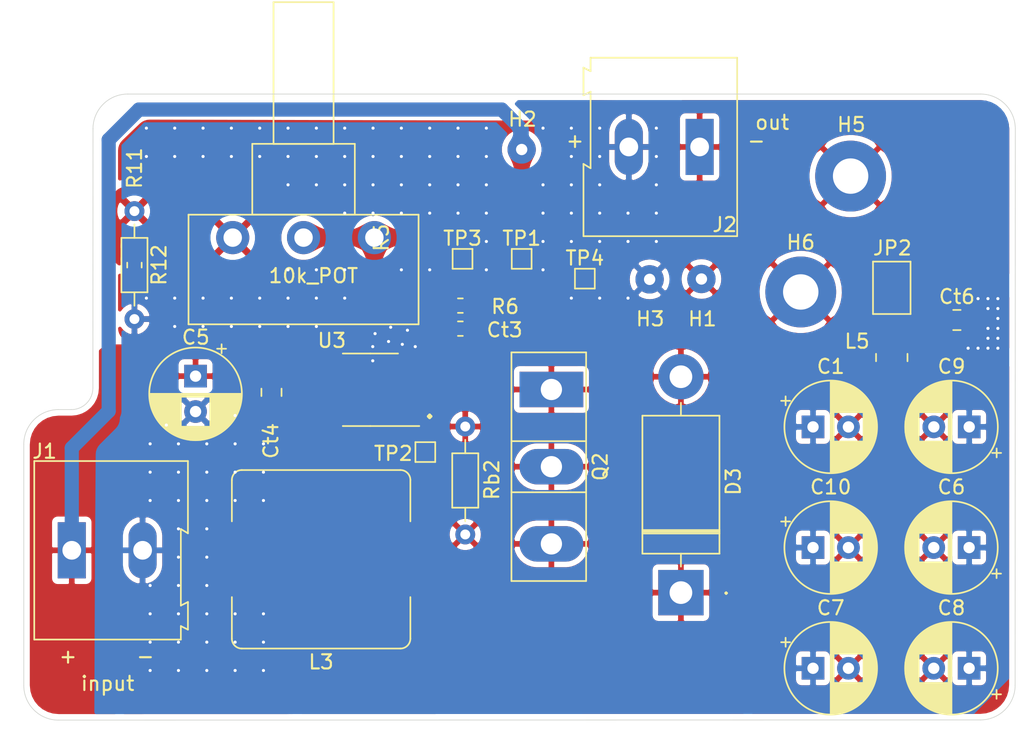
<source format=kicad_pcb>
(kicad_pcb (version 20171130) (host pcbnew "(5.1.5)-3")
  (layers (0 F.Cu signal) (31 B.Cu signal) (34 B.Paste user) (35 F.Paste user) (36 B.SilkS user) (37 F.SilkS user) (38 B.Mask user) (39 F.Mask user) (44 Edge.Cuts user))
  (net 0 "")
  (net 1 GNDREF)
  (net 2 "Net-(D3-Pad1)")
  (net 3 "Net-(Q2-Pad2)")
  (net 4 "Net-(R5-Pad1)")
  (net 5 "Net-(Ct3-Pad1)")
  (net 6 "Net-(Q2-Pad1)")
  (net 7 "Net-(R11-Pad1)")
  (net 8 MeterVcc)
  (net 9 VmeterY)
  (net 10 Current_mb)
  (net 11 Feedback)
  (module TestPoint:TestPoint_Pad_1.0x1.0mm (layer F.Cu) (at 139.07516 69.3674)
    (fp_text reference TP4 (at 0 -1.448) (layer F.SilkS))
    (fp_text value TestPoint_Alt)
    (pad 1 smd rect (at 0 0) (size 1 1) (layers F.Cu F.Mask) (net 1 GNDREF))
  )
  (module Capacitor_THT:CP_Radial_D6.3mm_P2.50mm (layer F.Cu) (at 155.182002 79.8322)
    (fp_text reference C1 (at 1.25 -4.2614) (layer F.SilkS))
    (fp_text value 100u)
    (pad 2 thru_hole circle (at 2.5 0) (size 1.6 1.6) (drill 0.8) (layers *.Cu *.Mask) (net 11 Feedback))
    (pad 1 thru_hole rect (at 0 0) (size 1.6 1.6) (drill 0.8) (layers *.Cu *.Mask) (net 1 GNDREF))
  )
  (module TerminalBlock:TerminalBlock_Altech_AK300-2_P5.00mm (layer F.Cu) (at 147.17776 60.071 180)
    (fp_text reference J2 (at -1.76784 -5.4864) (layer F.SilkS))
    (fp_text value Screw_Terminal_01x02)
    (pad 2 thru_hole oval (at 5 0 180) (size 1.98 3.96) (drill 1.32) (layers *.Cu *.Mask) (net 1 GNDREF))
    (pad 1 thru_hole rect (at 0 0 180) (size 1.98 3.96) (drill 1.32) (layers *.Cu *.Mask) (net 10 Current_mb))
  )
  (module TerminalBlock:TerminalBlock_Altech_AK300-2_P5.00mm (layer F.Cu) (at 102.85476 88.5444)
    (fp_text reference J1 (at -1.92 -6.99) (layer F.SilkS))
    (fp_text value Screw_Terminal_01x02)
    (pad 2 thru_hole oval (at 5 0) (size 1.98 3.96) (drill 1.32) (layers *.Cu *.Mask) (net 1 GNDREF))
    (pad 1 thru_hole rect (at 0 0) (size 1.98 3.96) (drill 1.32) (layers *.Cu *.Mask) (net 8 MeterVcc))
  )
  (module Package_TO_SOT_THT:TO-247-3_Vertical (layer F.Cu) (at 136.71296 77.19228 270)
    (fp_text reference Q2 (at 5.45 -3.45 90) (layer F.SilkS))
    (fp_text value Q_NPN_BCE)
    (pad 3 thru_hole oval (at 10.9 0 270) (size 2.5 4.5) (drill 1.5) (layers *.Cu *.Mask) (net 2 "Net-(D3-Pad1)"))
    (pad 2 thru_hole oval (at 5.45 0 270) (size 2.5 4.5) (drill 1.5) (layers *.Cu *.Mask) (net 3 "Net-(Q2-Pad2)"))
    (pad 1 thru_hole rect (at 0 0 270) (size 2.5 4.5) (drill 1.5) (layers *.Cu *.Mask) (net 6 "Net-(Q2-Pad1)"))
  )
  (module Main_PC_foot:5mm_jumper (layer F.Cu) (at 160.76628 70.0049 90)
    (fp_text reference JP2 (at 2.7965 0.01572 180) (layer F.SilkS))
    (fp_text value Jumper_2_Open)
    (pad 2 smd rect (at 0.96 -0.04 90) (size 1.6 2.4) (layers F.Cu F.Mask) (net 10 Current_mb))
    (pad 1 smd rect (at -0.95 -0.03 90) (size 1.6 2.4) (layers F.Cu F.Mask) (net 9 VmeterY))
  )
  (module MountingHole:MountingHole_2.5mm_Pad (layer F.Cu) (at 154.31516 70.3072)
    (fp_text reference H6 (at 0 -3.5) (layer F.SilkS))
    (fp_text value MountingHole_Pad)
    (pad 1 thru_hole circle (at 0 0) (size 5 5) (drill 2.5) (layers *.Cu *.Mask) (net 9 VmeterY))
  )
  (module MountingHole:MountingHole_2.5mm_Pad (layer F.Cu) (at 157.8356 62.1284)
    (fp_text reference H5 (at 0.0508 -3.6322) (layer F.SilkS))
    (fp_text value MountingHole_Pad)
    (pad 1 thru_hole circle (at 0 0) (size 5 5) (drill 2.5) (layers *.Cu *.Mask) (net 10 Current_mb))
  )
  (module Connector_Wire:SolderWirePad_1x01_Drill0.8mm (layer F.Cu) (at 143.64716 69.4182)
    (fp_text reference H3 (at 0.04064 2.794) (layer F.SilkS))
    (fp_text value MountingHole_Pad)
    (pad 1 thru_hole circle (at 0 0) (size 1.99898 1.99898) (drill 0.8001) (layers *.Cu *.Mask) (net 1 GNDREF))
  )
  (module Connector_Wire:SolderWirePad_1x01_Drill0.8mm (layer F.Cu) (at 134.61492 60.25134 90)
    (fp_text reference H2 (at 2.13614 0.05588) (layer F.SilkS))
    (fp_text value MountingHole_Pad)
    (pad 1 thru_hole circle (at 0 0 90) (size 1.99898 1.99898) (drill 0.8001) (layers *.Cu *.Mask) (net 8 MeterVcc))
  )
  (module Connector_Wire:SolderWirePad_1x01_Drill0.8mm (layer F.Cu) (at 147.30476 69.3928)
    (fp_text reference H1 (at 0.06604 2.8194) (layer F.SilkS))
    (fp_text value MountingHole_Pad)
    (pad 1 thru_hole circle (at 0 0) (size 1.99898 1.99898) (drill 0.8001) (layers *.Cu *.Mask) (net 9 VmeterY))
  )
  (module Inductor_SMD:L_1008_2520Metric (layer F.Cu) (at 160.74128 74.9362 90)
    (fp_text reference L5 (at 1.1492 -2.44848) (layer F.SilkS))
    (fp_text value 240n)
    (pad 2 smd roundrect (at 1.075 0 90) (size 1.25 2.2) (layers F.Cu F.Paste F.Mask) (roundrect_rratio 0.2) (net 9 VmeterY))
    (pad 1 smd roundrect (at -1.075 0 90) (size 1.25 2.2) (layers F.Cu F.Paste F.Mask) (roundrect_rratio 0.2) (net 11 Feedback))
  )
  (module Resistor_THT:R_Axial_DIN0204_L3.6mm_D1.6mm_P7.62mm_Horizontal (layer F.Cu) (at 107.27798 64.60108 270)
    (fp_text reference R11 (at -3.03148 -0.01162 90) (layer F.SilkS))
    (fp_text value 500)
    (pad 2 thru_hole oval (at 7.62 0 270) (size 1.4 1.4) (drill 0.7) (layers *.Cu *.Mask) (net 1 GNDREF))
    (pad 1 thru_hole circle (at 0 0 270) (size 1.4 1.4) (drill 0.7) (layers *.Cu *.Mask) (net 7 "Net-(R11-Pad1)"))
  )
  (module Resistor_SMD:R_0603_1608Metric_Pad1.05x0.95mm_HandSolder (layer F.Cu) (at 107.27798 68.41108 270)
    (fp_text reference R12 (at -0.00888 -1.73882 90) (layer F.SilkS))
    (fp_text value 500)
    (pad 2 smd roundrect (at 0.875 0 270) (size 1.05 0.95) (layers F.Cu F.Paste F.Mask) (net 1 GNDREF))
    (pad 1 smd roundrect (at -0.875 0 270) (size 1.05 0.95) (layers F.Cu F.Paste F.Mask) (net 7 "Net-(R11-Pad1)"))
  )
  (module Main_PC_foot:L_Bourns_SRP1265C (layer F.Cu) (at 120.45696 89.1794 180)
    (fp_text reference L3 (at 0 -7.25) (layer F.SilkS))
    (fp_text value 6.8u)
    (pad 2 smd rect (at 5.7 0 180) (size 3.1 5) (layers F.Cu F.Paste F.Mask) (net 1 GNDREF))
    (pad 1 smd rect (at -5.7 0 180) (size 3.1 5) (layers F.Cu F.Paste F.Mask) (net 2 "Net-(D3-Pad1)"))
  )
  (module Capacitor_THT:CP_Radial_D6.3mm_P2.50mm (layer F.Cu) (at 155.182002 88.35263)
    (fp_text reference C10 (at 1.25 -4.273) (layer F.SilkS))
    (fp_text value 100u)
    (pad 2 thru_hole circle (at 2.5 0) (size 1.6 1.6) (drill 0.8) (layers *.Cu *.Mask) (net 11 Feedback))
    (pad 1 thru_hole rect (at 0 0) (size 1.6 1.6) (drill 0.8) (layers *.Cu *.Mask) (net 1 GNDREF))
  )
  (module Capacitor_THT:CP_Radial_D6.3mm_P2.50mm (layer F.Cu) (at 166.203518 96.87306 180)
    (fp_text reference C8 (at 1.25 4.2614) (layer F.SilkS))
    (fp_text value 100u)
    (pad 2 thru_hole circle (at 2.5 0 180) (size 1.6 1.6) (drill 0.8) (layers *.Cu *.Mask) (net 11 Feedback))
    (pad 1 thru_hole rect (at 0 0 180) (size 1.6 1.6) (drill 0.8) (layers *.Cu *.Mask) (net 1 GNDREF))
  )
  (module TestPoint:TestPoint_Pad_1.0x1.0mm (layer F.Cu) (at 130.43916 67.9704)
    (fp_text reference TP3 (at 0 -1.448) (layer F.SilkS))
    (fp_text value TestPoint_Alt)
    (pad 1 smd rect (at 0 0) (size 1 1) (layers F.Cu F.Mask) (net 4 "Net-(R5-Pad1)"))
  )
  (module TestPoint:TestPoint_Pad_1.0x1.0mm (layer F.Cu) (at 127.8128 81.6102)
    (fp_text reference TP2 (at -2.2606 0.1016) (layer F.SilkS))
    (fp_text value TestPoint_Alt)
    (pad 1 smd rect (at 0 0) (size 1 1) (layers F.Cu F.Mask) (net 3 "Net-(Q2-Pad2)"))
  )
  (module TestPoint:TestPoint_Pad_1.0x1.0mm (layer F.Cu) (at 134.61492 67.9704)
    (fp_text reference TP1 (at 0 -1.448) (layer F.SilkS))
    (fp_text value TestPoint_Alt)
    (pad 1 smd rect (at 0 0) (size 1 1) (layers F.Cu F.Mask) (net 8 MeterVcc))
  )
  (module Resistor_SMD:R_0603_1608Metric_Pad1.05x0.95mm_HandSolder (layer F.Cu) (at 130.28676 71.2724)
    (fp_text reference R6 (at 3.15848 0.06939) (layer F.SilkS))
    (fp_text value 10k)
    (pad 2 smd roundrect (at 0.875 0) (size 1.05 0.95) (layers F.Cu F.Paste F.Mask) (net 11 Feedback))
    (pad 1 smd roundrect (at -0.875 0) (size 1.05 0.95) (layers F.Cu F.Paste F.Mask) (net 4 "Net-(R5-Pad1)"))
  )
  (module Capacitor_SMD:C_0805_2012Metric_Pad1.15x1.40mm_HandSolder (layer F.Cu) (at 165.33876 72.2884)
    (fp_text reference Ct6 (at 0 -1.65) (layer F.SilkS))
    (fp_text value 22u)
    (pad 2 smd roundrect (at 1.025 0) (size 1.15 1.4) (layers F.Cu F.Paste F.Mask) (roundrect_rratio 0.217391) (net 1 GNDREF))
    (pad 1 smd roundrect (at -1.025 0) (size 1.15 1.4) (layers F.Cu F.Paste F.Mask) (roundrect_rratio 0.217391) (net 9 VmeterY))
  )
  (module Capacitor_SMD:C_0805_2012Metric_Pad1.15x1.40mm_HandSolder (layer F.Cu) (at 116.95176 77.3938 270)
    (fp_text reference Ct4 (at 3.429 0.03556 90) (layer F.SilkS))
    (fp_text value 22u)
    (pad 2 smd roundrect (at 1.025 0 270) (size 1.15 1.4) (layers F.Cu F.Paste F.Mask) (roundrect_rratio 0.217391) (net 1 GNDREF))
    (pad 1 smd roundrect (at -1.025 0 270) (size 1.15 1.4) (layers F.Cu F.Paste F.Mask) (roundrect_rratio 0.217391) (net 8 MeterVcc))
  )
  (module Capacitor_SMD:C_0603_1608Metric_Pad1.05x0.95mm_HandSolder (layer F.Cu) (at 130.28676 72.898)
    (fp_text reference Ct3 (at 3.1242 0.09144) (layer F.SilkS))
    (fp_text value 560p)
    (pad 2 smd roundrect (at 0.875 0) (size 1.05 0.95) (layers F.Cu F.Paste F.Mask) (net 11 Feedback))
    (pad 1 smd roundrect (at -0.875 0) (size 1.05 0.95) (layers F.Cu F.Paste F.Mask) (net 5 "Net-(Ct3-Pad1)"))
  )
  (module Capacitor_THT:CP_Radial_D6.3mm_P2.50mm (layer F.Cu) (at 166.20998 79.8322 180)
    (fp_text reference C9 (at 1.25 4.2614) (layer F.SilkS))
    (fp_text value 100u)
    (pad 1 thru_hole rect (at 0 0 180) (size 1.6 1.6) (drill 0.8) (layers *.Cu *.Mask) (net 1 GNDREF))
    (pad 2 thru_hole circle (at 2.5 0 180) (size 1.6 1.6) (drill 0.8) (layers *.Cu *.Mask) (net 11 Feedback))
  )
  (module Capacitor_THT:CP_Radial_D6.3mm_P2.50mm (layer F.Cu) (at 155.182002 96.87306)
    (fp_text reference C7 (at 1.25 -4.2614) (layer F.SilkS))
    (fp_text value 100u)
    (pad 1 thru_hole rect (at 0 0) (size 1.6 1.6) (drill 0.8) (layers *.Cu *.Mask) (net 1 GNDREF))
    (pad 2 thru_hole circle (at 2.5 0) (size 1.6 1.6) (drill 0.8) (layers *.Cu *.Mask) (net 11 Feedback))
  )
  (module Capacitor_THT:CP_Radial_D6.3mm_P2.50mm (layer F.Cu) (at 166.203518 88.35263 180)
    (fp_text reference C6 (at 1.25 4.273) (layer F.SilkS))
    (fp_text value 100u)
    (pad 1 thru_hole rect (at 0 0 180) (size 1.6 1.6) (drill 0.8) (layers *.Cu *.Mask) (net 1 GNDREF))
    (pad 2 thru_hole circle (at 2.5 0 180) (size 1.6 1.6) (drill 0.8) (layers *.Cu *.Mask) (net 11 Feedback))
  )
  (module Capacitor_THT:CP_Radial_D6.3mm_P2.50mm (layer F.Cu) (at 111.59236 76.2508 270)
    (fp_text reference C5 (at -2.7432 -0.01524 180) (layer F.SilkS))
    (fp_text value 100u)
    (pad 1 thru_hole rect (at 0 0 270) (size 1.6 1.6) (drill 0.8) (layers *.Cu *.Mask) (net 8 MeterVcc))
    (pad 2 thru_hole circle (at 2.5 0 270) (size 1.6 1.6) (drill 0.8) (layers *.Cu *.Mask) (net 1 GNDREF))
  )
  (module Resistor_THT:R_Axial_DIN0204_L3.6mm_D1.6mm_P7.62mm_Horizontal (layer F.Cu) (at 130.6322 87.4268 90)
    (fp_text reference Rb2 (at 3.8608 1.8796 90) (layer F.SilkS))
    (fp_text value 100)
    (pad 2 thru_hole oval (at 7.62 0 90) (size 1.4 1.4) (drill 0.7) (layers *.Cu *.Mask) (net 6 "Net-(Q2-Pad1)"))
    (pad 1 thru_hole circle (at 0 0 90) (size 1.4 1.4) (drill 0.7) (layers *.Cu *.Mask) (net 2 "Net-(D3-Pad1)"))
  )
  (module Diode_THT:D_DO-201AD_P15.24mm_Horizontal (layer F.Cu) (at 145.85696 91.53228 90)
    (fp_text reference D3 (at 7.83928 3.69824 90) (layer F.SilkS))
    (fp_text value SB2060TA)
    (fp_text user . (at -0.03472 2.78384 90) (layer F.SilkS))
    (pad 2 thru_hole oval (at 15.24 0 90) (size 3.2 3.2) (drill 1.6) (layers *.Cu *.Mask) (net 11 Feedback))
    (pad 1 thru_hole rect (at 0 0 90) (size 3.2 3.2) (drill 1.6) (layers *.Cu *.Mask) (net 2 "Net-(D3-Pad1)"))
  )
  (module Main_PC_foot:Pot_Single_4.75-1mH (layer F.Cu) (at 124.21616 66.4718 90)
    (fp_text reference R5 (at 0 0.5 90) (layer F.SilkS))
    (fp_text value R_POT)
    (fp_text user 10k_POT (at -2.6924 -4.30276 180) (layer F.SilkS))
    (pad 1 thru_hole circle (at 0 0 90) (size 2.34 2.34) (drill 1.3) (layers *.Cu *.Mask) (net 4 "Net-(R5-Pad1)"))
    (pad 2 thru_hole circle (at 0 -5 90) (size 2.34 2.34) (drill 1.3) (layers *.Cu *.Mask) (net 4 "Net-(R5-Pad1)"))
    (pad 3 thru_hole circle (at 0 -10 90) (size 2.34 2.34) (drill 1.3) (layers *.Cu *.Mask) (net 7 "Net-(R11-Pad1)"))
  )
  (module Package_SO:SOIC-8_3.9x4.9mm_P1.27mm (layer F.Cu) (at 123.93676 77.21292 180)
    (fp_text reference U3 (at 2.72416 3.47726) (layer F.SilkS))
    (fp_text value MC34063AD)
    (pad 8 smd roundrect (at 2.475 -1.905 180) (size 1.95 0.6) (layers F.Cu F.Paste F.Mask) (net 3 "Net-(Q2-Pad2)"))
    (pad 7 smd roundrect (at 2.475 -0.635 180) (size 1.95 0.6) (layers F.Cu F.Paste F.Mask) (net 3 "Net-(Q2-Pad2)"))
    (pad 6 smd roundrect (at 2.475 0.635 180) (size 1.95 0.6) (layers F.Cu F.Paste F.Mask) (net 8 MeterVcc))
    (pad 5 smd roundrect (at 2.475 1.905 180) (size 1.95 0.6) (layers F.Cu F.Paste F.Mask) (net 4 "Net-(R5-Pad1)"))
    (pad 4 smd roundrect (at -2.475 1.905 180) (size 1.95 0.6) (layers F.Cu F.Paste F.Mask) (net 1 GNDREF))
    (pad 3 smd roundrect (at -2.475 0.635 180) (size 1.95 0.6) (layers F.Cu F.Paste F.Mask) (net 5 "Net-(Ct3-Pad1)"))
    (pad 2 smd roundrect (at -2.475 -0.635 180) (size 1.95 0.6) (layers F.Cu F.Paste F.Mask) (net 6 "Net-(Q2-Pad1)"))
    (pad 1 smd roundrect (at -2.475 -1.905 180) (size 1.95 0.6) (layers F.Cu F.Paste F.Mask) (net 3 "Net-(Q2-Pad2)"))
  )
  (gr_text out (at 152.2984 58.3438) (layer F.SilkS) (effects (font (size 1 1))))
  (gr_text . (at 128.1176 79.9084 180) (layer F.SilkS) (effects (font (size 2 2) (thickness 0.2))))
  (gr_text "input\n " (at 105.3846 98.7552) (layer F.SilkS) (effects (font (size 1 1))))
  (gr_text - (at 108.0516 96.1644 180) (layer F.SilkS) (effects (font (size 1 1))))
  (gr_text + (at 102.5906 96.1644 180) (layer F.SilkS) (effects (font (size 1 1))))
  (gr_text - (at 151.1808 59.7662 180) (layer F.SilkS) (effects (font (size 1 1))))
  (gr_text + (at 138.3792 59.7662 180) (layer F.SilkS) (effects (font (size 1 1))))
  (gr_line (start 102.8192 78.613) (end 101.91496 78.613) (layer Edge.Cuts) (width 0.05))
  (gr_arc (start 102.8192 77.089) (end 102.8192 78.613) (angle -90) (layer Edge.Cuts) (width 0.05))
  (gr_arc (start 106.802452 58.786292) (end 106.802452 56.3372) (angle -90) (layer Edge.Cuts) (width 0.05))
  (gr_line (start 104.35336 58.786292) (end 104.3432 77.089) (layer Edge.Cuts) (width 0.05))
  (gr_arc (start 167.01262 58.786292) (end 169.461712 58.786292) (angle -90) (layer Edge.Cuts) (width 0.05))
  (gr_arc (start 167.001928 98.0694) (end 167.001928 100.518492) (angle -90) (layer Edge.Cuts) (width 0.05))
  (gr_arc (start 101.91496 98.084108) (end 99.465868 98.084108) (angle -90) (layer Edge.Cuts) (width 0.05))
  (gr_arc (start 101.91496 81.062092) (end 101.91496 78.613) (angle -90) (layer Edge.Cuts) (width 0.05))
  (gr_line (start 99.465868 98.084108) (end 99.465868 81.062092) (layer Edge.Cuts) (width 0.05))
  (gr_line (start 167.001928 100.518492) (end 101.91496 100.5332) (layer Edge.Cuts) (width 0.05))
  (gr_line (start 169.461712 58.786292) (end 169.45102 98.0694) (layer Edge.Cuts) (width 0.05))
  (gr_line (start 106.802452 56.3372) (end 167.01262 56.3372) (layer Edge.Cuts) (width 0.05))
  (via (at 108.38536 81.02931) (size 0.42) (drill 0.22) (layers F.Cu B.Cu) (net 1))
  (via (at 108.38536 83.02931) (size 0.42) (drill 0.22) (layers F.Cu B.Cu) (net 1))
  (via (at 108.38536 85.02931) (size 0.42) (drill 0.22) (layers F.Cu B.Cu) (net 1))
  (via (at 108.38536 91.02931) (size 0.42) (drill 0.22) (layers F.Cu B.Cu) (net 1))
  (via (at 108.38536 93.02931) (size 0.42) (drill 0.22) (layers F.Cu B.Cu) (net 1))
  (via (at 108.38536 95.02931) (size 0.42) (drill 0.22) (layers F.Cu B.Cu) (net 1))
  (via (at 108.38536 97.02931) (size 0.42) (drill 0.22) (layers F.Cu B.Cu) (net 1))
  (via (at 109.52988 79.7052) (size 0.42) (drill 0.22) (layers F.Cu B.Cu) (net 1))
  (via (at 110.38536 81.02931) (size 0.42) (drill 0.22) (layers F.Cu B.Cu) (net 1))
  (via (at 110.38536 83.02931) (size 0.42) (drill 0.22) (layers F.Cu B.Cu) (net 1))
  (via (at 110.38536 85.02931) (size 0.42) (drill 0.22) (layers F.Cu B.Cu) (net 1))
  (via (at 110.38536 87.02931) (size 0.42) (drill 0.22) (layers F.Cu B.Cu) (net 1))
  (via (at 110.38536 89.02931) (size 0.42) (drill 0.22) (layers F.Cu B.Cu) (net 1))
  (via (at 110.38536 91.02931) (size 0.42) (drill 0.22) (layers F.Cu B.Cu) (net 1))
  (via (at 110.38536 93.02931) (size 0.42) (drill 0.22) (layers F.Cu B.Cu) (net 1))
  (via (at 110.38536 95.02931) (size 0.42) (drill 0.22) (layers F.Cu B.Cu) (net 1))
  (via (at 110.38536 97.02931) (size 0.42) (drill 0.22) (layers F.Cu B.Cu) (net 1))
  (via (at 112.38536 81.02931) (size 0.42) (drill 0.22) (layers F.Cu B.Cu) (net 1))
  (via (at 112.38536 83.02931) (size 0.42) (drill 0.22) (layers F.Cu B.Cu) (net 1))
  (via (at 112.38536 85.02931) (size 0.42) (drill 0.22) (layers F.Cu B.Cu) (net 1))
  (via (at 112.38536 87.02931) (size 0.42) (drill 0.22) (layers F.Cu B.Cu) (net 1))
  (via (at 112.38536 89.02931) (size 0.42) (drill 0.22) (layers F.Cu B.Cu) (net 1))
  (via (at 112.38536 91.02931) (size 0.42) (drill 0.22) (layers F.Cu B.Cu) (net 1))
  (via (at 112.38536 93.02931) (size 0.42) (drill 0.22) (layers F.Cu B.Cu) (net 1))
  (via (at 112.38536 95.02931) (size 0.42) (drill 0.22) (layers F.Cu B.Cu) (net 1))
  (via (at 112.38536 97.02931) (size 0.42) (drill 0.22) (layers F.Cu B.Cu) (net 1))
  (via (at 114.38536 79.02931) (size 0.42) (drill 0.22) (layers F.Cu B.Cu) (net 1))
  (via (at 114.38536 81.02931) (size 0.42) (drill 0.22) (layers F.Cu B.Cu) (net 1))
  (via (at 114.38536 83.02931) (size 0.42) (drill 0.22) (layers F.Cu B.Cu) (net 1))
  (via (at 114.38536 85.02931) (size 0.42) (drill 0.22) (layers F.Cu B.Cu) (net 1))
  (via (at 114.38536 93.02931) (size 0.42) (drill 0.22) (layers F.Cu B.Cu) (net 1))
  (via (at 114.38536 95.02931) (size 0.42) (drill 0.22) (layers F.Cu B.Cu) (net 1))
  (via (at 114.38536 97.02931) (size 0.42) (drill 0.22) (layers F.Cu B.Cu) (net 1))
  (via (at 116.38536 81.02931) (size 0.42) (drill 0.22) (layers F.Cu B.Cu) (net 1))
  (via (at 116.38536 83.02931) (size 0.42) (drill 0.22) (layers F.Cu B.Cu) (net 1))
  (via (at 116.38536 85.02931) (size 0.42) (drill 0.22) (layers F.Cu B.Cu) (net 1))
  (via (at 116.38536 93.02931) (size 0.42) (drill 0.22) (layers F.Cu B.Cu) (net 1))
  (via (at 116.38536 95.02931) (size 0.42) (drill 0.22) (layers F.Cu B.Cu) (net 1))
  (via (at 116.38536 97.02931) (size 0.42) (drill 0.22) (layers F.Cu B.Cu) (net 1))
  (segment (start 143.59636 69.3674) (end 143.64716 69.4182) (width 0.6) (layer F.Cu) (net 1))
  (via (at 166.1302 74.2786) (size 0.42) (drill 0.22) (layers F.Cu B.Cu) (net 1))
  (via (at 166.8302 70.7786) (size 0.42) (drill 0.22) (layers F.Cu B.Cu) (net 1))
  (via (at 166.8302 74.2786) (size 0.42) (drill 0.22) (layers F.Cu B.Cu) (net 1))
  (via (at 167.5302 70.7786) (size 0.42) (drill 0.22) (layers F.Cu B.Cu) (net 1))
  (via (at 167.5302 71.4786) (size 0.42) (drill 0.22) (layers F.Cu B.Cu) (net 1))
  (via (at 167.5302 72.8786) (size 0.42) (drill 0.22) (layers F.Cu B.Cu) (net 1))
  (via (at 167.5302 73.5786) (size 0.42) (drill 0.22) (layers F.Cu B.Cu) (net 1))
  (via (at 167.5302 74.2786) (size 0.42) (drill 0.22) (layers F.Cu B.Cu) (net 1))
  (via (at 168.2302 70.7786) (size 0.42) (drill 0.22) (layers F.Cu B.Cu) (net 1))
  (via (at 168.2302 71.4786) (size 0.42) (drill 0.22) (layers F.Cu B.Cu) (net 1))
  (via (at 168.2302 72.1786) (size 0.42) (drill 0.22) (layers F.Cu B.Cu) (net 1))
  (via (at 168.2302 72.8786) (size 0.42) (drill 0.22) (layers F.Cu B.Cu) (net 1))
  (via (at 168.2302 73.5786) (size 0.42) (drill 0.22) (layers F.Cu B.Cu) (net 1))
  (via (at 168.2302 74.2786) (size 0.42) (drill 0.22) (layers F.Cu B.Cu) (net 1))
  (via (at 125.21692 73.80478) (size 0.42) (drill 0.22) (layers F.Cu B.Cu) (net 1))
  (via (at 126.55042 73.00976) (size 0.42) (drill 0.22) (layers F.Cu B.Cu) (net 1))
  (via (at 124.26442 73.24852) (size 0.42) (drill 0.22) (layers F.Cu B.Cu) (net 1))
  (via (at 126.1872 74.00544) (size 0.42) (drill 0.22) (layers F.Cu B.Cu) (net 1))
  (via (at 127.1011 74.16648) (size 0.42) (drill 0.22) (layers F.Cu B.Cu) (net 1))
  (via (at 125.36678 72.79894) (size 0.42) (drill 0.22) (layers F.Cu B.Cu) (net 1))
  (via (at 124.1011 74.16648) (size 0.42) (drill 0.22) (layers F.Cu B.Cu) (net 1))
  (via (at 124.1011 75.16648) (size 0.42) (drill 0.22) (layers F.Cu B.Cu) (net 1))
  (via (at 108.1212 58.7436) (size 0.42) (drill 0.22) (layers F.Cu B.Cu) (net 1))
  (via (at 108.1212 60.7436) (size 0.42) (drill 0.22) (layers F.Cu B.Cu) (net 1))
  (via (at 108.1212 70.7436) (size 0.42) (drill 0.22) (layers F.Cu B.Cu) (net 1))
  (via (at 110.1212 58.7436) (size 0.42) (drill 0.22) (layers F.Cu B.Cu) (net 1))
  (via (at 110.1212 60.7436) (size 0.42) (drill 0.22) (layers F.Cu B.Cu) (net 1))
  (via (at 110.1212 70.7436) (size 0.42) (drill 0.22) (layers F.Cu B.Cu) (net 1))
  (via (at 110.1212 72.7436) (size 0.42) (drill 0.22) (layers F.Cu B.Cu) (net 1))
  (via (at 112.1212 58.7436) (size 0.42) (drill 0.22) (layers F.Cu B.Cu) (net 1))
  (via (at 112.1212 60.7436) (size 0.42) (drill 0.22) (layers F.Cu B.Cu) (net 1))
  (via (at 112.1212 70.7436) (size 0.42) (drill 0.22) (layers F.Cu B.Cu) (net 1))
  (via (at 112.1212 72.7436) (size 0.42) (drill 0.22) (layers F.Cu B.Cu) (net 1))
  (via (at 114.1212 58.7436) (size 0.42) (drill 0.22) (layers F.Cu B.Cu) (net 1))
  (via (at 114.1212 60.7436) (size 0.42) (drill 0.22) (layers F.Cu B.Cu) (net 1))
  (via (at 114.1212 70.7436) (size 0.42) (drill 0.22) (layers F.Cu B.Cu) (net 1))
  (via (at 114.1212 72.7436) (size 0.42) (drill 0.22) (layers F.Cu B.Cu) (net 1))
  (via (at 116.1212 58.7436) (size 0.42) (drill 0.22) (layers F.Cu B.Cu) (net 1))
  (via (at 116.1212 60.7436) (size 0.42) (drill 0.22) (layers F.Cu B.Cu) (net 1))
  (via (at 116.1212 70.7436) (size 0.42) (drill 0.22) (layers F.Cu B.Cu) (net 1))
  (via (at 116.1212 72.7436) (size 0.42) (drill 0.22) (layers F.Cu B.Cu) (net 1))
  (via (at 118.1212 58.7436) (size 0.42) (drill 0.22) (layers F.Cu B.Cu) (net 1))
  (via (at 118.1212 60.7436) (size 0.42) (drill 0.22) (layers F.Cu B.Cu) (net 1))
  (via (at 118.1212 62.7436) (size 0.42) (drill 0.22) (layers F.Cu B.Cu) (net 1))
  (via (at 118.1212 68.7436) (size 0.42) (drill 0.22) (layers F.Cu B.Cu) (net 1))
  (via (at 118.1212 70.7436) (size 0.42) (drill 0.22) (layers F.Cu B.Cu) (net 1))
  (via (at 118.1212 72.7436) (size 0.42) (drill 0.22) (layers F.Cu B.Cu) (net 1))
  (via (at 120.1212 58.7436) (size 0.42) (drill 0.22) (layers F.Cu B.Cu) (net 1))
  (via (at 120.1212 60.7436) (size 0.42) (drill 0.22) (layers F.Cu B.Cu) (net 1))
  (via (at 120.1212 62.7436) (size 0.42) (drill 0.22) (layers F.Cu B.Cu) (net 1))
  (via (at 120.1212 68.7436) (size 0.42) (drill 0.22) (layers F.Cu B.Cu) (net 1))
  (via (at 120.1212 70.7436) (size 0.42) (drill 0.22) (layers F.Cu B.Cu) (net 1))
  (via (at 120.1212 72.7436) (size 0.42) (drill 0.22) (layers F.Cu B.Cu) (net 1))
  (via (at 122.1212 58.7436) (size 0.42) (drill 0.22) (layers F.Cu B.Cu) (net 1))
  (via (at 122.1212 60.7436) (size 0.42) (drill 0.22) (layers F.Cu B.Cu) (net 1))
  (via (at 122.1212 62.7436) (size 0.42) (drill 0.22) (layers F.Cu B.Cu) (net 1))
  (via (at 122.1212 64.7436) (size 0.42) (drill 0.22) (layers F.Cu B.Cu) (net 1))
  (via (at 122.1212 68.7436) (size 0.42) (drill 0.22) (layers F.Cu B.Cu) (net 1))
  (via (at 122.1212 70.7436) (size 0.42) (drill 0.22) (layers F.Cu B.Cu) (net 1))
  (via (at 124.1212 58.7436) (size 0.42) (drill 0.22) (layers F.Cu B.Cu) (net 1))
  (via (at 124.1212 60.7436) (size 0.42) (drill 0.22) (layers F.Cu B.Cu) (net 1))
  (via (at 124.1212 62.7436) (size 0.42) (drill 0.22) (layers F.Cu B.Cu) (net 1))
  (via (at 124.1212 64.7436) (size 0.42) (drill 0.22) (layers F.Cu B.Cu) (net 1))
  (via (at 126.1212 58.7436) (size 0.42) (drill 0.22) (layers F.Cu B.Cu) (net 1))
  (via (at 126.1212 60.7436) (size 0.42) (drill 0.22) (layers F.Cu B.Cu) (net 1))
  (via (at 126.1212 62.7436) (size 0.42) (drill 0.22) (layers F.Cu B.Cu) (net 1))
  (via (at 126.1212 64.7436) (size 0.42) (drill 0.22) (layers F.Cu B.Cu) (net 1))
  (via (at 126.1212 68.7436) (size 0.42) (drill 0.22) (layers F.Cu B.Cu) (net 1))
  (via (at 128.1212 58.7436) (size 0.42) (drill 0.22) (layers F.Cu B.Cu) (net 1))
  (via (at 128.1212 60.7436) (size 0.42) (drill 0.22) (layers F.Cu B.Cu) (net 1))
  (via (at 128.1212 62.7436) (size 0.42) (drill 0.22) (layers F.Cu B.Cu) (net 1))
  (via (at 128.1212 64.7436) (size 0.42) (drill 0.22) (layers F.Cu B.Cu) (net 1))
  (via (at 128.1212 68.7436) (size 0.42) (drill 0.22) (layers F.Cu B.Cu) (net 1))
  (via (at 130.1212 58.7436) (size 0.42) (drill 0.22) (layers F.Cu B.Cu) (net 1))
  (via (at 130.1212 60.7436) (size 0.42) (drill 0.22) (layers F.Cu B.Cu) (net 1))
  (via (at 130.1212 62.7436) (size 0.42) (drill 0.22) (layers F.Cu B.Cu) (net 1))
  (via (at 130.1212 64.7436) (size 0.42) (drill 0.22) (layers F.Cu B.Cu) (net 1))
  (via (at 132.1212 58.7436) (size 0.42) (drill 0.22) (layers F.Cu B.Cu) (net 1))
  (via (at 132.1212 60.7436) (size 0.42) (drill 0.22) (layers F.Cu B.Cu) (net 1))
  (via (at 132.1212 62.7436) (size 0.42) (drill 0.22) (layers F.Cu B.Cu) (net 1))
  (via (at 132.1212 64.7436) (size 0.42) (drill 0.22) (layers F.Cu B.Cu) (net 1))
  (via (at 132.1212 66.7436) (size 0.42) (drill 0.22) (layers F.Cu B.Cu) (net 1))
  (via (at 132.1212 68.7436) (size 0.42) (drill 0.22) (layers F.Cu B.Cu) (net 1))
  (via (at 136.1212 58.7436) (size 0.42) (drill 0.22) (layers F.Cu B.Cu) (net 1))
  (via (at 136.1212 62.7436) (size 0.42) (drill 0.22) (layers F.Cu B.Cu) (net 1))
  (via (at 136.1212 64.7436) (size 0.42) (drill 0.22) (layers F.Cu B.Cu) (net 1))
  (via (at 136.1212 66.7436) (size 0.42) (drill 0.22) (layers F.Cu B.Cu) (net 1))
  (via (at 136.1212 68.7436) (size 0.42) (drill 0.22) (layers F.Cu B.Cu) (net 1))
  (via (at 138.1212 58.7436) (size 0.42) (drill 0.22) (layers F.Cu B.Cu) (net 1))
  (via (at 138.1212 60.7436) (size 0.42) (drill 0.22) (layers F.Cu B.Cu) (net 1))
  (via (at 138.1212 62.7436) (size 0.42) (drill 0.22) (layers F.Cu B.Cu) (net 1))
  (via (at 138.1212 64.7436) (size 0.42) (drill 0.22) (layers F.Cu B.Cu) (net 1))
  (via (at 138.1212 66.7436) (size 0.42) (drill 0.22) (layers F.Cu B.Cu) (net 1))
  (via (at 140.1212 58.7436) (size 0.42) (drill 0.22) (layers F.Cu B.Cu) (net 1))
  (via (at 140.1212 60.7436) (size 0.42) (drill 0.22) (layers F.Cu B.Cu) (net 1))
  (via (at 140.1212 62.7436) (size 0.42) (drill 0.22) (layers F.Cu B.Cu) (net 1))
  (via (at 140.1212 64.7436) (size 0.42) (drill 0.22) (layers F.Cu B.Cu) (net 1))
  (via (at 140.1212 66.7436) (size 0.42) (drill 0.22) (layers F.Cu B.Cu) (net 1))
  (via (at 142.1212 64.7436) (size 0.42) (drill 0.22) (layers F.Cu B.Cu) (net 1))
  (via (at 142.1212 66.7436) (size 0.42) (drill 0.22) (layers F.Cu B.Cu) (net 1))
  (via (at 142.1212 70.7436) (size 0.42) (drill 0.22) (layers F.Cu B.Cu) (net 1))
  (via (at 144.1212 58.7436) (size 0.42) (drill 0.22) (layers F.Cu B.Cu) (net 1))
  (via (at 144.1212 60.7436) (size 0.42) (drill 0.22) (layers F.Cu B.Cu) (net 1))
  (via (at 144.1212 62.7436) (size 0.42) (drill 0.22) (layers F.Cu B.Cu) (net 1))
  (via (at 144.1212 64.7436) (size 0.42) (drill 0.22) (layers F.Cu B.Cu) (net 1))
  (via (at 144.1212 66.7436) (size 0.42) (drill 0.22) (layers F.Cu B.Cu) (net 1))
  (via (at 138.1212 70.7436) (size 0.42) (drill 0.22) (layers F.Cu B.Cu) (net 1))
  (via (at 140.1212 70.7436) (size 0.42) (drill 0.22) (layers F.Cu B.Cu) (net 1))
  (segment (start 126.41176 79.41792) (end 126.4158 79.42196) (width 0.25) (layer F.Cu) (net 3))
  (segment (start 126.41176 79.11792) (end 126.41176 79.41792) (width 0.25) (layer F.Cu) (net 3))
  (segment (start 126.4158 79.42196) (end 126.4158 81.3562) (width 0.25) (layer F.Cu) (net 3))
  (segment (start 126.6698 81.6102) (end 127.8128 81.6102) (width 0.25) (layer F.Cu) (net 3))
  (segment (start 126.4158 81.3562) (end 126.6698 81.6102) (width 0.25) (layer F.Cu) (net 3))
  (segment (start 119.21616 66.4718) (end 124.21616 66.4718) (width 1) (layer F.Cu) (net 4))
  (segment (start 128.94056 66.4718) (end 130.43916 67.9704) (width 1) (layer F.Cu) (net 4))
  (segment (start 124.21616 66.4718) (end 128.94056 66.4718) (width 1) (layer F.Cu) (net 4))
  (segment (start 129.41176 71.2724) (end 125.58776 71.2724) (width 1) (layer F.Cu) (net 4))
  (segment (start 124.21616 71.2724) (end 124.21616 66.4718) (width 1) (layer F.Cu) (net 4))
  (segment (start 125.58776 71.2724) (end 124.21616 71.2724) (width 1) (layer F.Cu) (net 4))
  (segment (start 121.76176 73.7268) (end 124.21616 71.2724) (width 1) (layer F.Cu) (net 4))
  (segment (start 121.4628 74.02576) (end 121.76176 73.7268) (width 0.6) (layer F.Cu) (net 4))
  (segment (start 121.4628 75.00688) (end 121.4628 74.02576) (width 0.6) (layer F.Cu) (net 4))
  (segment (start 121.46176 75.30792) (end 121.46176 75.00792) (width 0.6) (layer F.Cu) (net 4))
  (segment (start 121.46176 75.00792) (end 121.4628 75.00688) (width 0.6) (layer F.Cu) (net 4))
  (segment (start 128.28016 74.0296) (end 129.41176 72.898) (width 0.6) (layer F.Cu) (net 5))
  (segment (start 126.91056 76.57792) (end 126.92272 76.56576) (width 0.6) (layer F.Cu) (net 5))
  (segment (start 126.41176 76.57792) (end 126.91056 76.57792) (width 0.6) (layer F.Cu) (net 5))
  (segment (start 126.92272 76.56576) (end 127.59436 76.56576) (width 0.6) (layer F.Cu) (net 5))
  (segment (start 127.59436 76.56576) (end 128.28016 75.87996) (width 0.6) (layer F.Cu) (net 5))
  (segment (start 128.28016 75.87996) (end 128.28016 74.0296) (width 0.6) (layer F.Cu) (net 5))
  (segment (start 134.61492 67.9704) (end 134.61492 60.25134) (width 1) (layer F.Cu) (net 8))
  (segment (start 102.85476 81.32064) (end 102.85476 88.5444) (width 1) (layer B.Cu) (net 8))
  (segment (start 105.4608 78.7146) (end 102.85476 81.32064) (width 1) (layer B.Cu) (net 8))
  (segment (start 134.61492 60.25134) (end 134.61492 58.837848) (width 1) (layer B.Cu) (net 8))
  (segment (start 133.206472 57.4294) (end 107.5944 57.4294) (width 1) (layer B.Cu) (net 8))
  (segment (start 134.61492 58.837848) (end 133.206472 57.4294) (width 1) (layer B.Cu) (net 8))
  (segment (start 107.5944 57.4294) (end 105.4608 59.563) (width 1) (layer B.Cu) (net 8))
  (segment (start 105.4608 59.563) (end 105.4608 78.7146) (width 1) (layer B.Cu) (net 8))
  (zone (net 7) (net_name "Net-(R11-Pad1)") (layer F.Cu) (priority 1) (connect_pads (clearance 0.508)) (min_thickness 0.254) (fill yes (arc_segments 32) (thermal_gap 0.508) (thermal_bridge_width 0.508) (smoothing fillet) (radius 1))
    (polygon (pts (xy 116.64696 68.5292) (xy 105.6894 68.58) (xy 105.67162 62.8904) (xy 116.62918 62.8396)))
  )
  (zone (net 8) (net_name MeterVcc) (layer F.Cu) (priority 2) (connect_pads (clearance 0.4)) (min_thickness 0.254) (fill yes (arc_segments 32) (thermal_gap 0.4) (thermal_bridge_width 0.4) (smoothing fillet) (radius 1))
    (polygon (pts (xy 97.78754 100.838) (xy 97.82556 80.5688) (xy 99.37496 79.0194) (xy 99.4156 79.0194) (xy 105.255467 74.008144) (xy 117.959734 74.023057) (xy 119.813397 76.312462) (xy 122.442423 76.290738) (xy 122.463969 76.863093) (xy 118.244427 76.857707) (xy 118.077173 77.1398) (xy 118.059224 77.148735) (xy 109.99216 77.1906) (xy 106.08056 81.1022) (xy 106.042381 100.838)))
  )
  (zone (net 4) (net_name "Net-(R5-Pad1)") (layer F.Cu) (priority 16962) (connect_pads yes (clearance 0.2)) (min_thickness 0.0254) (fill yes (arc_segments 32) (thermal_gap 0.4) (thermal_bridge_width 0.4) (smoothing fillet) (radius 1))
    (polygon (pts (xy 121.88616 66.9718) (xy 122.149158 66.978045) (xy 122.372833 66.996463) (xy 122.565181 67.026577) (xy 122.734199 67.06791) (xy 122.887883 67.119985) (xy 123.03423 67.182325) (xy 123.181235 67.254453) (xy 123.336896 67.335893) (xy 123.509208 67.426167) (xy 123.706169 67.5248) (xy 124.80116 66.4718) (xy 123.706169 65.4188) (xy 123.509208 65.517432) (xy 123.336896 65.607706) (xy 123.181235 65.689146) (xy 123.03423 65.761274) (xy 122.887883 65.823614) (xy 122.734199 65.875689) (xy 122.565181 65.917022) (xy 122.372833 65.947136) (xy 122.149158 65.965554) (xy 121.88616 65.9718)))
  )
  (zone (net 4) (net_name "Net-(R5-Pad1)") (layer F.Cu) (priority 16962) (connect_pads yes (clearance 0.2)) (min_thickness 0.0254) (fill yes (arc_segments 32) (thermal_gap 0.4) (thermal_bridge_width 0.4) (smoothing fillet) (radius 1))
    (polygon (pts (xy 121.54616 65.9718) (xy 121.283161 65.965554) (xy 121.059486 65.947136) (xy 120.867138 65.917022) (xy 120.69812 65.875689) (xy 120.544436 65.823614) (xy 120.398089 65.761274) (xy 120.251084 65.689146) (xy 120.095423 65.607706) (xy 119.923111 65.517432) (xy 119.726151 65.4188) (xy 118.63116 66.4718) (xy 119.726151 67.5248) (xy 119.923111 67.426167) (xy 120.095423 67.335893) (xy 120.251084 67.254453) (xy 120.398089 67.182325) (xy 120.544436 67.119985) (xy 120.69812 67.06791) (xy 120.867138 67.026577) (xy 121.059486 66.996463) (xy 121.283161 66.978045) (xy 121.54616 66.9718)))
  )
  (zone (net 4) (net_name "Net-(R5-Pad1)") (layer F.Cu) (priority 16962) (connect_pads yes (clearance 0.2)) (min_thickness 0.0254) (fill yes (arc_segments 32) (thermal_gap 0.4) (thermal_bridge_width 0.4) (smoothing fillet) (radius 1))
    (polygon (pts (xy 126.54616 65.9718) (xy 126.283161 65.965554) (xy 126.059486 65.947136) (xy 125.867138 65.917022) (xy 125.69812 65.875689) (xy 125.544436 65.823614) (xy 125.398089 65.761274) (xy 125.251084 65.689146) (xy 125.095423 65.607706) (xy 124.923111 65.517432) (xy 124.726151 65.4188) (xy 123.63116 66.4718) (xy 124.726151 67.5248) (xy 124.923111 67.426167) (xy 125.095423 67.335893) (xy 125.251084 67.254453) (xy 125.398089 67.182325) (xy 125.544436 67.119985) (xy 125.69812 67.06791) (xy 125.867138 67.026577) (xy 126.059486 66.996463) (xy 126.283161 66.978045) (xy 126.54616 66.9718)))
  )
  (zone (net 4) (net_name "Net-(R5-Pad1)") (layer F.Cu) (priority 16962) (connect_pads yes (clearance 0.2)) (min_thickness 0.0254) (fill yes (arc_segments 32) (thermal_gap 0.4) (thermal_bridge_width 0.4) (smoothing fillet) (radius 1))
    (polygon (pts (xy 124.71616 68.8018) (xy 124.722405 68.538801) (xy 124.740823 68.315126) (xy 124.770937 68.122778) (xy 124.81227 67.95376) (xy 124.864345 67.800076) (xy 124.926685 67.653729) (xy 124.998813 67.506724) (xy 125.080253 67.351063) (xy 125.170527 67.178751) (xy 125.26916 66.981791) (xy 124.21616 65.8868) (xy 123.16316 66.981791) (xy 123.261792 67.178751) (xy 123.352066 67.351063) (xy 123.433506 67.506724) (xy 123.505634 67.653729) (xy 123.567974 67.800076) (xy 123.620049 67.95376) (xy 123.661382 68.122778) (xy 123.691496 68.315126) (xy 123.709914 68.538801) (xy 123.71616 68.8018)))
  )
  (zone (net 1) (net_name GNDREF) (layer F.Cu) (connect_pads (clearance 0.4)) (min_thickness 0.254) (fill yes (arc_segments 32) (thermal_gap 0.4) (thermal_bridge_width 0.4) (smoothing fillet) (radius 1))
    (polygon (pts (xy 127.81941 73.292541) (xy 127.81635 75.93754) (xy 123.1011 75.91552) (xy 123.1011 73.75144) (xy 124.68606 72.16648) (xy 126.78664 72.16648)))
  )
  (zone (net 1) (net_name GNDREF) (layer F.Cu) (priority 1) (connect_pads (clearance 0.4)) (min_thickness 0.254) (fill yes (arc_segments 32) (thermal_gap 0.4) (thermal_bridge_width 0.4) (smoothing fillet) (radius 1))
    (polygon (pts (xy 118.57435 100.747213) (xy 106.23597 100.776388) (xy 106.468833 81.152728) (xy 110.081576 77.423943) (xy 118.721624 77.414457)))
  )
  (zone (net 3) (net_name "Net-(Q2-Pad2)") (layer F.Cu) (connect_pads (clearance 0.4)) (min_thickness 0.254) (fill yes (arc_segments 32) (thermal_gap 0.4) (thermal_bridge_width 0.4) (smoothing fillet) (radius 1))
    (polygon (pts (xy 123.9139 78.613) (xy 127.6985 78.613) (xy 127.664903 79.678935) (xy 129.281498 80.950666) (xy 129.667 81.661) (xy 131.4704 81.661) (xy 132.6642 79.905703) (xy 139.8778 79.9592) (xy 139.833068 85.646659) (xy 119.114852 85.549342) (xy 119.1514 77.41158) (xy 123.9139 77.41158)))
  )
  (zone (net 6) (net_name "Net-(Q2-Pad1)") (layer F.Cu) (priority 1) (connect_pads (clearance 0.3)) (min_thickness 0.254) (fill yes (arc_segments 32) (thermal_gap 0.4) (thermal_bridge_width 0.4) (smoothing fillet) (radius 1))
    (polygon (pts (xy 139.935903 74.919935) (xy 139.956858 79.557786) (xy 132.514698 79.569079) (xy 131.391303 81.314521) (xy 129.8448 81.3054) (xy 127.9583 79.57914) (xy 127.9398 78.134473) (xy 125.14707 78.1558) (xy 125.1458 77.5462) (xy 125.7554 77.5462) (xy 127.889 77.5462) (xy 127.889 77.1906) (xy 130.5306 74.9046)))
  )
  (zone (net 11) (net_name Feedback) (layer F.Cu) (priority 2) (connect_pads (clearance 0.4)) (min_thickness 0.254) (fill yes (arc_segments 32) (thermal_gap 0.4) (thermal_bridge_width 0.4) (smoothing fillet) (radius 1))
    (polygon (pts (xy 136.21258 71.61022) (xy 149.78253 71.61022) (xy 153.19883 75.02652) (xy 169.09542 74.914947) (xy 169.08018 100.599053) (xy 150.778753 100.749708) (xy 151.000606 85.819947) (xy 140.103714 85.782454) (xy 140.26642 74.74204) (xy 133.12478 74.74542) (xy 131.804823 73.180048) (xy 130.343498 73.174753) (xy 130.340138 70.803131) (xy 135.364183 70.776469)))
  )
  (zone (net 2) (net_name "Net-(D3-Pad1)") (layer F.Cu) (connect_pads (clearance 0.4)) (min_thickness 0.254) (fill yes (arc_segments 32) (thermal_gap 0.4) (thermal_bridge_width 0.4) (smoothing fillet) (radius 1))
    (polygon (pts (xy 150.35929 100.75672) (xy 118.884606 100.58654) (xy 118.984447 85.96503) (xy 150.458754 86.09457)))
  )
  (zone (net 9) (net_name VmeterY) (layer F.Cu) (priority 1) (connect_pads (clearance 0.4)) (min_thickness 0.254) (fill yes (arc_segments 32) (thermal_gap 0.4) (thermal_bridge_width 0.4) (smoothing fillet) (radius 1))
    (polygon (pts (xy 159.1564 70.0786) (xy 165.3794 70.0786) (xy 165.3794 74.8792) (xy 153.3652 74.8792) (xy 149.9616 71.4756) (xy 145.45056 71.4756) (xy 145.45056 66.4718) (xy 155.3972 66.3194)))
  )
  (zone (net 10) (net_name Current_mb) (layer F.Cu) (priority 2) (connect_pads (clearance 0.4)) (min_thickness 0.254) (fill yes (arc_segments 32) (thermal_gap 0.4) (thermal_bridge_width 0.4) (smoothing fillet) (radius 1))
    (polygon (pts (xy 169.1132 58.4708) (xy 169.120024 69.6214) (xy 159.098777 69.6214) (xy 155.512089 66.2432) (xy 145.427111 66.2432) (xy 145.4658 56.6166) (xy 167.259 56.6166)))
  )
  (zone (net 1) (net_name GNDREF) (layer F.Cu) (connect_pads (clearance 0.4)) (min_thickness 0.254) (fill yes (arc_segments 32) (thermal_gap 0.4) (thermal_bridge_width 0.4) (smoothing fillet) (radius 1))
    (polygon (pts (xy 169.1132 74.8792) (xy 165.4302 74.8792) (xy 165.4302 70.0786) (xy 169.1132 70.0786)))
  )
  (zone (net 1) (net_name GNDREF) (layer B.Cu) (priority 4) (connect_pads (clearance 0.4)) (min_thickness 0.254) (fill yes (arc_segments 32) (thermal_gap 0.4) (thermal_bridge_width 0.4) (smoothing fillet) (radius 1))
    (polygon (pts (xy 170.0784 58.9788) (xy 170.0784 96.5708) (xy 165.3286 101.3206) (xy 105.4354 101.3206) (xy 104.4448 100.33) (xy 104.4956 88.0618) (xy 104.5464 81.3562) (xy 106.2482 79.6544) (xy 106.2482 59.9186) (xy 106.2482 59.8424) (xy 107.9246 58.1406) (xy 132.969 58.1406) (xy 135.2804 55.8292) (xy 166.9288 55.8292)))
  )
  (zone (net 1) (net_name GNDREF) (layer F.Cu) (connect_pads (clearance 0.4)) (min_thickness 0.254) (fill yes (arc_segments 32) (thermal_gap 0.4) (thermal_bridge_width 0.4) (smoothing fillet) (radius 1))
    (polygon (pts (xy 138.8364 58.2168) (xy 138.8364 56.7436) (xy 145.122906 56.858995) (xy 145.199094 71.2724) (xy 136.906 71.3232) (xy 135.8392 70.2564) (xy 124.1044 70.2564) (xy 120.6246 73.7362) (xy 106.1212 73.863536) (xy 106.1212 59.892865) (xy 107.95 58.1406)))
  )
  (zone (net 8) (net_name MeterVcc) (layer F.Cu) (priority 16962) (connect_pads yes (clearance 0.2)) (min_thickness 0.0254) (fill yes (arc_segments 32) (thermal_gap 0.4) (thermal_bridge_width 0.4) (smoothing fillet) (radius 1))
    (polygon (pts (xy 135.11492 62.24083) (xy 135.118555 62.017984) (xy 135.129621 61.826633) (xy 135.148358 61.660588) (xy 135.175006 61.51366) (xy 135.209804 61.379661) (xy 135.252994 61.252403) (xy 135.304814 61.125696) (xy 135.365505 60.993354) (xy 135.435307 60.849187) (xy 135.514461 60.687007) (xy 134.61492 59.751595) (xy 133.715379 60.687007) (xy 133.794532 60.849187) (xy 133.864334 60.993354) (xy 133.925025 61.125696) (xy 133.976845 61.252403) (xy 134.020035 61.379661) (xy 134.054833 61.51366) (xy 134.081481 61.660588) (xy 134.100218 61.826633) (xy 134.111284 62.017984) (xy 134.11492 62.24083)))
  )
  (zone (net 8) (net_name MeterVcc) (layer B.Cu) (priority 16962) (connect_pads yes (clearance 0.2)) (min_thickness 0.0254) (fill yes (arc_segments 32) (thermal_gap 0.4) (thermal_bridge_width 0.4) (smoothing fillet) (radius 1))
    (polygon (pts (xy 102.35476 86.5744) (xy 102.351265 86.794953) (xy 102.340597 86.984457) (xy 102.322479 87.148996) (xy 102.296633 87.294655) (xy 102.262783 87.427519) (xy 102.22065 87.553671) (xy 102.169959 87.679198) (xy 102.110431 87.810183) (xy 102.041791 87.952712) (xy 101.96376 88.11287) (xy 102.85476 89.0394) (xy 103.74576 88.11287) (xy 103.667728 87.952712) (xy 103.599088 87.810183) (xy 103.53956 87.679198) (xy 103.488869 87.553671) (xy 103.446736 87.427519) (xy 103.412886 87.294655) (xy 103.38704 87.148996) (xy 103.368922 86.984457) (xy 103.358254 86.794953) (xy 103.35476 86.5744)))
  )
  (zone (net 8) (net_name MeterVcc) (layer B.Cu) (priority 16962) (connect_pads yes (clearance 0.2)) (min_thickness 0.0254) (fill yes (arc_segments 32) (thermal_gap 0.4) (thermal_bridge_width 0.4) (smoothing fillet) (radius 1))
    (polygon (pts (xy 133.847004 58.777039) (xy 133.938192 58.885892) (xy 133.992974 58.991016) (xy 134.016304 59.093395) (xy 134.013141 59.194009) (xy 133.988441 59.293843) (xy 133.947161 59.393877) (xy 133.894258 59.495095) (xy 133.834688 59.598478) (xy 133.77341 59.70501) (xy 133.715379 59.815673) (xy 134.61492 60.751085) (xy 135.321666 59.544594) (xy 135.201796 59.404925) (xy 135.117726 59.267115) (xy 135.059624 59.129817) (xy 135.017657 58.991683) (xy 134.981993 58.851368) (xy 134.942801 58.707524) (xy 134.890249 58.558805) (xy 134.814504 58.403864) (xy 134.705735 58.241355) (xy 134.554111 58.069932)))
  )
  (zone (net 4) (net_name "Net-(R5-Pad1)") (layer F.Cu) (priority 1) (connect_pads (clearance 0.2)) (min_thickness 0.254) (fill yes (arc_segments 32) (thermal_gap 0.4) (thermal_bridge_width 0.4) (smoothing fillet) (radius 1))
    (polygon (pts (xy 122.3391 73.8886) (xy 121.8057 74.3458) (xy 121.7676 74.4728) (xy 121.158 74.4728) (xy 121.158 73.914) (xy 121.158 73.6346) (xy 121.6152 73.152)))
  )
)
</source>
